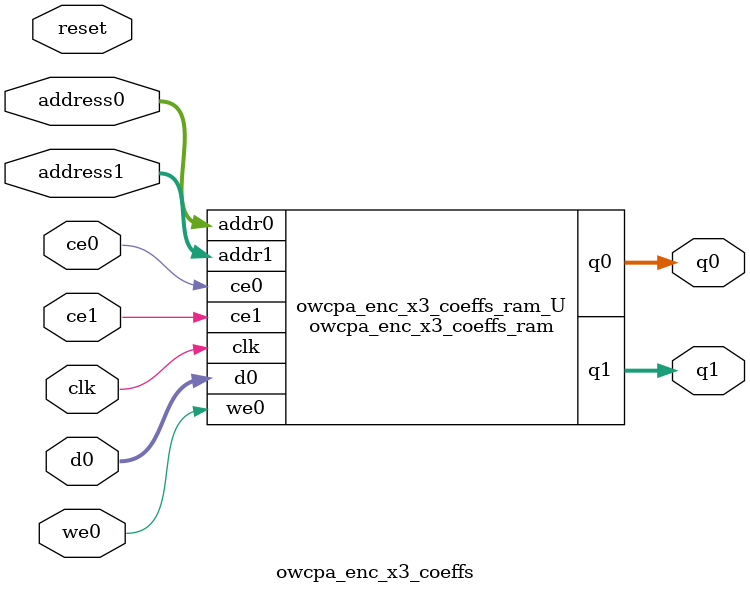
<source format=v>
`timescale 1 ns / 1 ps
module owcpa_enc_x3_coeffs_ram (addr0, ce0, d0, we0, q0, addr1, ce1, q1,  clk);

parameter DWIDTH = 16;
parameter AWIDTH = 10;
parameter MEM_SIZE = 821;

input[AWIDTH-1:0] addr0;
input ce0;
input[DWIDTH-1:0] d0;
input we0;
output reg[DWIDTH-1:0] q0;
input[AWIDTH-1:0] addr1;
input ce1;
output reg[DWIDTH-1:0] q1;
input clk;

(* ram_style = "block" *)reg [DWIDTH-1:0] ram[0:MEM_SIZE-1];




always @(posedge clk)  
begin 
    if (ce0) 
    begin
        if (we0) 
        begin 
            ram[addr0] <= d0; 
        end 
        q0 <= ram[addr0];
    end
end


always @(posedge clk)  
begin 
    if (ce1) 
    begin
        q1 <= ram[addr1];
    end
end


endmodule

`timescale 1 ns / 1 ps
module owcpa_enc_x3_coeffs(
    reset,
    clk,
    address0,
    ce0,
    we0,
    d0,
    q0,
    address1,
    ce1,
    q1);

parameter DataWidth = 32'd16;
parameter AddressRange = 32'd821;
parameter AddressWidth = 32'd10;
input reset;
input clk;
input[AddressWidth - 1:0] address0;
input ce0;
input we0;
input[DataWidth - 1:0] d0;
output[DataWidth - 1:0] q0;
input[AddressWidth - 1:0] address1;
input ce1;
output[DataWidth - 1:0] q1;



owcpa_enc_x3_coeffs_ram owcpa_enc_x3_coeffs_ram_U(
    .clk( clk ),
    .addr0( address0 ),
    .ce0( ce0 ),
    .we0( we0 ),
    .d0( d0 ),
    .q0( q0 ),
    .addr1( address1 ),
    .ce1( ce1 ),
    .q1( q1 ));

endmodule


</source>
